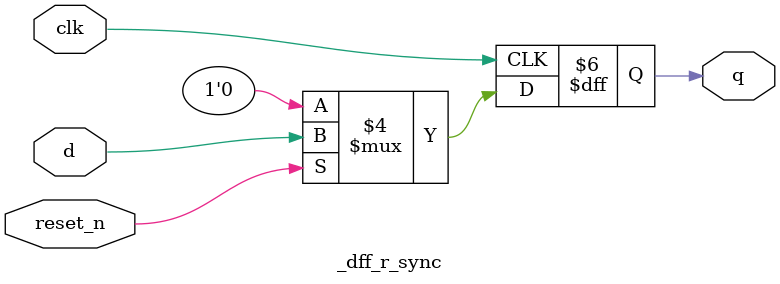
<source format=v>
module _dff_r_sync(clk, reset_n, d, q);
	input clk, reset_n, d;
	output reg q;

	
	always @(posedge clk) begin
	if(reset_n == 0) q <= 1'b0;
	else             q <= d;
	end
endmodule

</source>
